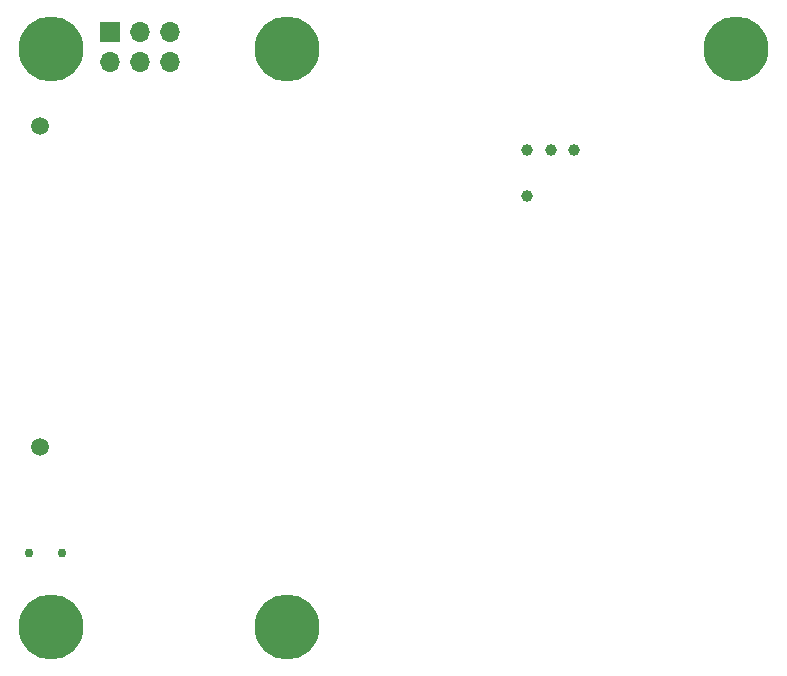
<source format=gbr>
G04 #@! TF.GenerationSoftware,KiCad,Pcbnew,(6.0.9)*
G04 #@! TF.CreationDate,2024-03-03T17:49:26-08:00*
G04 #@! TF.ProjectId,RPI5_CFE,52504935-5f43-4464-952e-6b696361645f,rev?*
G04 #@! TF.SameCoordinates,Original*
G04 #@! TF.FileFunction,Soldermask,Bot*
G04 #@! TF.FilePolarity,Negative*
%FSLAX46Y46*%
G04 Gerber Fmt 4.6, Leading zero omitted, Abs format (unit mm)*
G04 Created by KiCad (PCBNEW (6.0.9)) date 2024-03-03 17:49:26*
%MOMM*%
%LPD*%
G01*
G04 APERTURE LIST*
%ADD10C,0.750000*%
%ADD11C,5.500000*%
%ADD12C,1.500000*%
%ADD13R,1.700000X1.700000*%
%ADD14O,1.700000X1.700000*%
%ADD15C,1.000000*%
G04 APERTURE END LIST*
D10*
G04 #@! TO.C,SW1*
X1625000Y-46200000D03*
X4375000Y-46200000D03*
G04 #@! TD*
D11*
G04 #@! TO.C,H2*
X23500000Y-3500000D03*
G04 #@! TD*
G04 #@! TO.C,H5*
X3500000Y-52500000D03*
G04 #@! TD*
G04 #@! TO.C,H4*
X23500000Y-52500000D03*
G04 #@! TD*
D12*
G04 #@! TO.C,J3*
X2525000Y-37190000D03*
X2525000Y-10040000D03*
G04 #@! TD*
D11*
G04 #@! TO.C,H1*
X3500000Y-3500000D03*
G04 #@! TD*
G04 #@! TO.C,H3*
X61500000Y-3500000D03*
G04 #@! TD*
D13*
G04 #@! TO.C,J5*
X8460000Y-2100000D03*
D14*
X8460000Y-4640000D03*
X11000000Y-2100000D03*
X11000000Y-4640000D03*
X13540000Y-2100000D03*
X13540000Y-4640000D03*
G04 #@! TD*
D15*
G04 #@! TO.C,TP2*
X43800000Y-16000000D03*
G04 #@! TD*
G04 #@! TO.C,TP3*
X47800000Y-12100000D03*
G04 #@! TD*
G04 #@! TO.C,TP4*
X43800000Y-12100000D03*
G04 #@! TD*
G04 #@! TO.C,TP5*
X45800000Y-12100000D03*
G04 #@! TD*
M02*

</source>
